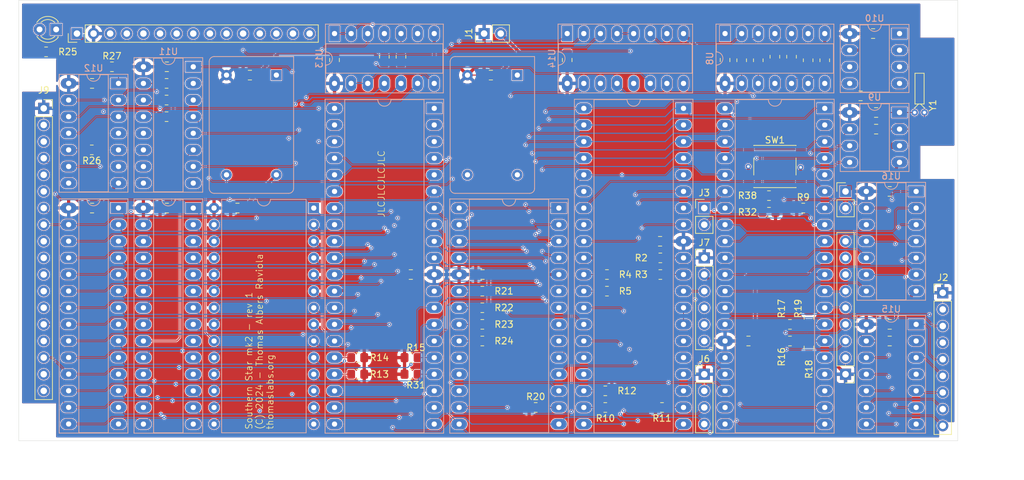
<source format=kicad_pcb>
(kicad_pcb (version 20221018) (generator pcbnew)

  (general
    (thickness 1.6)
  )

  (paper "A4")
  (title_block
    (title "Southern Star MK II")
    (date "2024-11-03")
    (rev "1")
    (company "thomaslabs")
    (comment 1 "Thomas Guillermo Albers Raviola")
  )

  (layers
    (0 "F.Cu" signal)
    (1 "In1.Cu" signal)
    (2 "In2.Cu" signal)
    (31 "B.Cu" signal)
    (32 "B.Adhes" user "B.Adhesive")
    (33 "F.Adhes" user "F.Adhesive")
    (34 "B.Paste" user)
    (35 "F.Paste" user)
    (36 "B.SilkS" user "B.Silkscreen")
    (37 "F.SilkS" user "F.Silkscreen")
    (38 "B.Mask" user)
    (39 "F.Mask" user)
    (41 "Cmts.User" user "User.Comments")
    (44 "Edge.Cuts" user)
    (45 "Margin" user)
    (46 "B.CrtYd" user "B.Courtyard")
    (47 "F.CrtYd" user "F.Courtyard")
    (48 "B.Fab" user)
    (49 "F.Fab" user)
  )

  (setup
    (stackup
      (layer "F.SilkS" (type "Top Silk Screen"))
      (layer "F.Paste" (type "Top Solder Paste"))
      (layer "F.Mask" (type "Top Solder Mask") (thickness 0.01))
      (layer "F.Cu" (type "copper") (thickness 0.035))
      (layer "dielectric 1" (type "prepreg") (thickness 0.1) (material "FR4") (epsilon_r 4.5) (loss_tangent 0.02))
      (layer "In1.Cu" (type "copper") (thickness 0.035))
      (layer "dielectric 2" (type "core") (thickness 1.24) (material "FR4") (epsilon_r 4.5) (loss_tangent 0.02))
      (layer "In2.Cu" (type "copper") (thickness 0.035))
      (layer "dielectric 3" (type "prepreg") (thickness 0.1) (material "FR4") (epsilon_r 4.5) (loss_tangent 0.02))
      (layer "B.Cu" (type "copper") (thickness 0.035))
      (layer "B.Mask" (type "Bottom Solder Mask") (thickness 0.01))
      (layer "B.Paste" (type "Bottom Solder Paste"))
      (layer "B.SilkS" (type "Bottom Silk Screen"))
      (copper_finish "None")
      (dielectric_constraints no)
    )
    (pad_to_mask_clearance 0)
    (pcbplotparams
      (layerselection 0x00010fc_ffffffff)
      (plot_on_all_layers_selection 0x0000000_00000000)
      (disableapertmacros false)
      (usegerberextensions true)
      (usegerberattributes false)
      (usegerberadvancedattributes false)
      (creategerberjobfile false)
      (dashed_line_dash_ratio 12.000000)
      (dashed_line_gap_ratio 3.000000)
      (svgprecision 4)
      (plotframeref false)
      (viasonmask false)
      (mode 1)
      (useauxorigin false)
      (hpglpennumber 1)
      (hpglpenspeed 20)
      (hpglpendiameter 15.000000)
      (dxfpolygonmode true)
      (dxfimperialunits true)
      (dxfusepcbnewfont true)
      (psnegative false)
      (psa4output false)
      (plotreference true)
      (plotvalue false)
      (plotinvisibletext false)
      (sketchpadsonfab false)
      (subtractmaskfromsilk true)
      (outputformat 1)
      (mirror false)
      (drillshape 0)
      (scaleselection 1)
      (outputdirectory "output/")
    )
  )

  (net 0 "")
  (net 1 "Net-(U9-X2)")
  (net 2 "GND")
  (net 3 "Net-(U9-X1)")
  (net 4 "VCC")
  (net 5 "/~{WR}")
  (net 6 "Net-(U6-~{W}{slash}~{RDYA})")
  (net 7 "Net-(U6-~{SYNCA})")
  (net 8 "Net-(U6-~{W}{slash}~{RDYB})")
  (net 9 "Net-(U6-~{SYNCB})")
  (net 10 "/A")
  (net 11 "/B")
  (net 12 "/S1")
  (net 13 "/MFP")
  (net 14 "Net-(U6-~{DCDB})")
  (net 15 "Net-(U6-~{DCDA})")
  (net 16 "Net-(U6-~{CTSB})")
  (net 17 "Net-(U1-~{WAIT})")
  (net 18 "Net-(U1-~{BUSREQ})")
  (net 19 "/~{INT}")
  (net 20 "Net-(U7-PA0)")
  (net 21 "/SDA")
  (net 22 "Net-(U7-PA1)")
  (net 23 "/SCL")
  (net 24 "Net-(U5-IEI)")
  (net 25 "Net-(U5-CLK{slash}TRG0)")
  (net 26 "Net-(U5-CLK{slash}TRG1)")
  (net 27 "Net-(U5-CLK{slash}TRG2)")
  (net 28 "Net-(U5-CLK{slash}TRG3)")
  (net 29 "/S2")
  (net 30 "/S3")
  (net 31 "/S4")
  (net 32 "/S5")
  (net 33 "/ROM{slash}RAM")
  (net 34 "/A11")
  (net 35 "/A12")
  (net 36 "/A13")
  (net 37 "/A14")
  (net 38 "/A15")
  (net 39 "/CLK")
  (net 40 "/D4")
  (net 41 "/D3")
  (net 42 "/D5")
  (net 43 "/D6")
  (net 44 "/D2")
  (net 45 "/D7")
  (net 46 "/D0")
  (net 47 "/D1")
  (net 48 "unconnected-(U1-~{HALT}-Pad18)")
  (net 49 "/~{MREQ}")
  (net 50 "/~{IORQ}")
  (net 51 "/~{RD}")
  (net 52 "unconnected-(U1-~{BUSACK}-Pad23)")
  (net 53 "/~{RESET}")
  (net 54 "/~{M1}")
  (net 55 "/A0")
  (net 56 "/A1")
  (net 57 "/A2")
  (net 58 "/A3")
  (net 59 "/A4")
  (net 60 "/A5")
  (net 61 "/A6")
  (net 62 "/A7")
  (net 63 "/A8")
  (net 64 "/A9")
  (net 65 "/A10")
  (net 66 "/~{ROM_CE}")
  (net 67 "/~{RAM1_CE}")
  (net 68 "/~{RAM2_CE}")
  (net 69 "unconnected-(U5-ZC{slash}TO0-Pad7)")
  (net 70 "unconnected-(U5-ZC{slash}TO1-Pad8)")
  (net 71 "unconnected-(U5-ZC{slash}TO2-Pad9)")
  (net 72 "Net-(U5-IEO)")
  (net 73 "/~{CTC_CE}")
  (net 74 "Net-(U6-IEO)")
  (net 75 "/RxDA")
  (net 76 "/TxDA")
  (net 77 "unconnected-(U6-~{DTRA}-Pad16)")
  (net 78 "/~{RTSA}")
  (net 79 "/~{CTSA}")
  (net 80 "unconnected-(U6-~{RTSB}-Pad24)")
  (net 81 "unconnected-(U6-~{DTRB}-Pad25)")
  (net 82 "/TxDB")
  (net 83 "/RxDB")
  (net 84 "/~{SIO_CE}")
  (net 85 "/~{PIO_CE}")
  (net 86 "Net-(D1-A)")
  (net 87 "/K1")
  (net 88 "/K2")
  (net 89 "/K3")
  (net 90 "/K4")
  (net 91 "unconnected-(U7-~{ASTB}-Pad16)")
  (net 92 "unconnected-(U7-~{BSTB}-Pad17)")
  (net 93 "unconnected-(U7-ARDY-Pad18)")
  (net 94 "unconnected-(U7-BRDY-Pad21)")
  (net 95 "unconnected-(U7-IEO-Pad22)")
  (net 96 "Net-(U7-~{M1})")
  (net 97 "+BATT")
  (net 98 "Net-(U11A-O1)")
  (net 99 "Net-(U11A-O3)")
  (net 100 "/~{TFT_CE}")
  (net 101 "Net-(U11B-E)")
  (net 102 "/K5")
  (net 103 "Net-(J4-Pin_5)")
  (net 104 "unconnected-(X1-Tri-State-Pad1)")
  (net 105 "unconnected-(X2-Tri-State-Pad1)")
  (net 106 "unconnected-(U1-~{RFSH}-Pad28)")
  (net 107 "/SCLK")
  (net 108 "Net-(J4-Pin_6)")
  (net 109 "Net-(J4-Pin_7)")
  (net 110 "Net-(J4-Pin_8)")
  (net 111 "Net-(J4-Pin_9)")
  (net 112 "Net-(R1-Pad2)")
  (net 113 "Net-(R7-Pad2)")
  (net 114 "Net-(R8-Pad2)")
  (net 115 "Net-(U1-~{NMI})")
  (net 116 "Net-(R32-Pad2)")
  (net 117 "unconnected-(U8-Pad8)")
  (net 118 "unconnected-(U8-Pad11)")
  (net 119 "unconnected-(U11B-O3-Pad9)")
  (net 120 "unconnected-(U11B-O2-Pad10)")
  (net 121 "unconnected-(U11B-O1-Pad11)")
  (net 122 "unconnected-(U11B-O0-Pad12)")
  (net 123 "Net-(U15-Pad2)")
  (net 124 "Net-(U15-Pad4)")
  (net 125 "Net-(U15-Pad6)")
  (net 126 "Net-(U15-Pad8)")
  (net 127 "Net-(U15-Pad10)")
  (net 128 "Net-(U15-Pad12)")
  (net 129 "Net-(U12A-~{R})")
  (net 130 "Net-(U12A-C)")
  (net 131 "/~{ROM_WR}")
  (net 132 "unconnected-(U12A-~{Q}-Pad6)")
  (net 133 "Net-(R28-Pad2)")
  (net 134 "unconnected-(U12B-~{Q}-Pad8)")
  (net 135 "unconnected-(U8-Pad6)")
  (net 136 "Net-(C19-Pad1)")
  (net 137 "/~{LCK_CE}")
  (net 138 "Net-(U12B-~{S})")
  (net 139 "Net-(U11B-A0)")
  (net 140 "unconnected-(U13-Pad6)")
  (net 141 "unconnected-(U7-PB7-Pad34)")
  (net 142 "Net-(U13-Pad12)")
  (net 143 "Net-(R34-Pad2)")
  (net 144 "Net-(R35-Pad2)")
  (net 145 "Net-(R36-Pad2)")
  (net 146 "Net-(R37-Pad2)")
  (net 147 "Net-(U11B-A1)")
  (net 148 "unconnected-(U14-O7-Pad7)")
  (net 149 "/~{EX2_CE}")
  (net 150 "/~{EX1_CE}")
  (net 151 "/~{WAIT}")

  (footprint "Capacitor_SMD:C_0805_2012Metric_Pad1.18x1.45mm_HandSolder" (layer "F.Cu") (at 176.2975 118.11))

  (footprint "Connector_PinHeader_2.54mm:PinHeader_1x15_P2.54mm_Vertical" (layer "F.Cu") (at 52.07 93.98 90))

  (footprint "Resistor_SMD:R_0805_2012Metric_Pad1.20x1.40mm_HandSolder" (layer "F.Cu") (at 47.355 96.774))

  (footprint "Capacitor_SMD:C_0805_2012Metric_Pad1.18x1.45mm_HandSolder" (layer "F.Cu") (at 127 98.0225 90))

  (footprint "Capacitor_SMD:C_0805_2012Metric_Pad1.18x1.45mm_HandSolder" (layer "F.Cu") (at 65.8075 120.65))

  (footprint "Resistor_SMD:R_0805_2012Metric_Pad1.20x1.40mm_HandSolder" (layer "F.Cu") (at 54.34 111.76 180))

  (footprint "Capacitor_SMD:C_0805_2012Metric_Pad1.18x1.45mm_HandSolder" (layer "F.Cu") (at 174.2225 106.045 180))

  (footprint "Connector_PinHeader_2.54mm:PinHeader_1x06_P2.54mm_Vertical" (layer "F.Cu") (at 147.955 128.27))

  (footprint "Resistor_SMD:R_0805_2012Metric_Pad1.20x1.40mm_HandSolder" (layer "F.Cu") (at 157.845 121.285 180))

  (footprint "Crystal:Crystal_DS10_D1.0mm_L4.3mm_Horizontal" (layer "F.Cu") (at 181.61 106.045 180))

  (footprint "Resistor_SMD:R_0805_2012Metric_Pad1.20x1.40mm_HandSolder" (layer "F.Cu") (at 163.957 141.97 -90))

  (footprint "Resistor_SMD:R_0805_2012Metric_Pad1.20x1.40mm_HandSolder" (layer "F.Cu") (at 114.03 140.97))

  (footprint "Resistor_SMD:R_0805_2012Metric_Pad1.20x1.40mm_HandSolder" (layer "F.Cu") (at 156.21 98.06 -90))

  (footprint "Resistor_SMD:R_0805_2012Metric_Pad1.20x1.40mm_HandSolder" (layer "F.Cu") (at 166.37 98.06 -90))

  (footprint "LED_THT:LED_D3.0mm" (layer "F.Cu") (at 48.895 93.345 180))

  (footprint "Capacitor_SMD:C_0805_2012Metric_Pad1.18x1.45mm_HandSolder" (layer "F.Cu") (at 171.8525 103.505))

  (footprint "Capacitor_SMD:C_0805_2012Metric_Pad1.18x1.45mm_HandSolder" (layer "F.Cu") (at 176.2975 138.43))

  (footprint "Resistor_SMD:R_0805_2012Metric_Pad1.20x1.40mm_HandSolder" (layer "F.Cu") (at 57.42 99.06))

  (footprint "Capacitor_SMD:C_0805_2012Metric_Pad1.18x1.45mm_HandSolder" (layer "F.Cu") (at 54.3775 120.65))

  (footprint "Capacitor_SMD:C_0805_2012Metric_Pad1.18x1.45mm_HandSolder" (layer "F.Cu") (at 65.8075 99.06))

  (footprint "MountingHole:MountingHole_2.2mm_M2" (layer "F.Cu") (at 183.515 113.665))

  (footprint "MountingHole:MountingHole_2.2mm_M2" (layer "F.Cu") (at 183.515 92.075))

  (footprint "Resistor_SMD:R_0805_2012Metric_Pad1.20x1.40mm_HandSolder" (layer "F.Cu") (at 65.77 104.14 180))

  (footprint "Resistor_SMD:R_0805_2012Metric_Pad1.20x1.40mm_HandSolder" (layer "F.Cu") (at 132.826 151.13))

  (footprint "Resistor_SMD:R_0805_2012Metric_Pad1.20x1.40mm_HandSolder" (layer "F.Cu") (at 141.24 130.81 180))

  (footprint "Resistor_SMD:R_0805_2012Metric_Pad1.20x1.40mm_HandSolder" (layer "F.Cu") (at 161.052 138.43 180))

  (footprint "Resistor_SMD:R_0805_2012Metric_Pad1.20x1.40mm_HandSolder" (layer "F.Cu") (at 114.03 135.89))

  (footprint "Resistor_SMD:R_0805_2012Metric_Pad1.20x1.40mm_HandSolder" (layer "F.Cu") (at 161.052 140.97 180))

  (footprint "Resistor_SMD:R_0805_2012Metric_Pad1.20x1.40mm_HandSolder" (layer "F.Cu") (at 158.75 97.52 90))

  (footprint "Capacitor_SMD:C_0805_2012Metric_Pad1.18x1.45mm_HandSolder" (layer "F.Cu") (at 154.7075 140.97))

  (footprint "Resistor_SMD:R_0805_2012Metric_Pad1.20x1.40mm_HandSolder" (layer "F.Cu") (at 163.084 120.65))

  (footprint "Capacitor_SMD:C_0805_2012Metric_Pad1.18x1.45mm_HandSolder" (layer "F.Cu") (at 151.13 98.0225 90))

  (footprint "Resistor_SMD:R_0805_2012Metric_Pad1.20x1.40mm_HandSolder" (layer "F.Cu") (at 99.06 97.52 90))

  (footprint "Resistor_SMD:R_0805_2012Metric_Pad1.20x1.40mm_HandSolder" (layer "F.Cu") (at 153.67 98.06 -90))

  (footprint "Resistor_SMD:R_0805_2012Metric_Pad1.20x1.40mm_HandSolder" (layer "F.Cu") (at 141.494 151.13 180))

  (footprint "Connector_PinHeader_2.54mm:PinHeader_1x02_P2.54mm_Vertical" (layer "F.Cu") (at 169.545 118.11))

  (footprint "Capacitor_SMD:C_0805_2012Metric_Pad1.18x1.45mm_HandSolder" (layer "F.Cu") (at 174.2225 108.585 180))

  (footprint "Connector_PinHeader_2.54mm:PinHeader_1x02_P2.54mm_Vertical" (layer "F.Cu") (at 147.955 120.65))

  (footprint "Resistor_SMD:R_0805_2012Metric_Pad1.20x1.40mm_HandSolder" (layer "F.Cu") (at 141.24 128.27 180))

  (footprint "Capacitor_SMD:C_0805_2012Metric_Pad1.18x1.45mm_HandSolder" (layer "F.Cu") (at 76.6025 120.65))

  (footprint "Resistor_SMD:R_0805_2012Metric_Pad1.20x1.40mm_HandSolder" (layer "F.Cu") (at 163.957 137.43 90))

  (footprint "Resistor_SMD:R_0805_2012Metric_Pad1.20x1.40mm_HandSolder" (layer "F.Cu") (at 133.08 130.81))

  (footprint "Resistor_SMD:R_0805_2012Metric_Pad1.20x1.40mm_HandSolder" (layer "F.Cu") (at 101.6 97.52 90))

  (footprint "Connector_PinSocket_2.54mm:PinSocket_1x18_P2.54mm_Vertical" (layer "F.Cu") (at 46.99 105.41))

  (footprint "Resistor_SMD:R_0805_2012Metric_Pad1.20x1.40mm_HandSolder" (layer "F.Cu") (at 114.03 133.35))

  (footprint "Connector_PinHeader_2.54mm:PinHeader_1x04_P2.54mm_Vertical" (layer "F.Cu") (at 147.955 146.05))

  (footprint "Resistor_SMD:R_0805_2012Metric_Pad1.20x1.40mm_HandSolder" (layer "F.Cu") (at 163.83 98.06 -90))

  (footprint "Resistor_SMD:R_0805_2012Metric_Pad1.20x1.40mm_HandSolder" (layer "F.Cu") (at 157.845 118.745))

  (footprint "Capacitor_SMD:C_0805_2012Metric_Pad1.18x1.45mm_HandSolder" (layer "F.Cu") (at 176.2975 140.97))

  (footprint "Capacitor_SMD:C_0805_2012Metric_Pad1.18x1.45mm_HandSolder" (layer "F.Cu") (at 114.0675 130.81))

  (footprint "MountingHole:MountingHole_2.2mm_M2" (layer "F.Cu") (at 46.355 153.035))

  (footprint "Capacitor_SMD:C_0805_2012Metric_Pad1.18x1.45mm_HandSolder" (layer "F.Cu") (at 78.5075 100.33))

  (footprint "Resistor_SMD:R_0805_2012Metric_Pad1.20x1.40mm_HandSolder" (layer "F.Cu") (at 65.77 101.6 180))

  (footprint "Resistor_SMD:R_0805_2012Metric_Pad1.20x1.40mm_HandSolder" (layer "F.Cu") (at 132.826 148.59))

  (footprint "Connector_PinHeader_2.54mm:PinHeader_1x09_P2.54mm_Vertical" (layer "F.Cu")
    (tstamp b4dad54d-3565-4ac0-b2ca-af9c965c4aa5)
    (at 169.545 146.05 180)
    (descr "Through hole straight pin header, 1x09, 2.54mm pitch, single row")
    (tags "Through hole pin header THT 1x09 2.54mm single row")
    (property "Sheetfile" "southern-star-mk2.kicad_sch")
    (property "Sheetname" "")
    (property "ki_description" "Generic connector, single row, 01x09, script generated (kicad-library-utils/schlib/autogen/connector/)")
    (property "ki_keywords" "connector")
    (path "/59504153-9be5-4671-b518-73044e999f97")
    (attr through_hole)
    (fp_text reference "J4" (at 0 -2.33) (layer "F.SilkS") hide
        (effects (font (size 1 1) (thickness 0.15)))
      (tstamp e134eb6b-c255-43f6-bef3-ec50cd332e9a)
    )
    (fp_text value "Conn_01x09" (at 0 22.65) (layer "F.Fab")
        (effects (font (size 1 1) (thickness 0.15)))
      (tstamp 9767771f-ed09-4225-b7cc-f26446004755)
    )
    (fp_text user "${REFERENCE}" (at 0 10.16 90) (layer "F.Fab")
        (effects (font (size 1 1) (thickness 0.15)))
      (tstamp 95e65a61-7
... [4504403 chars truncated]
</source>
